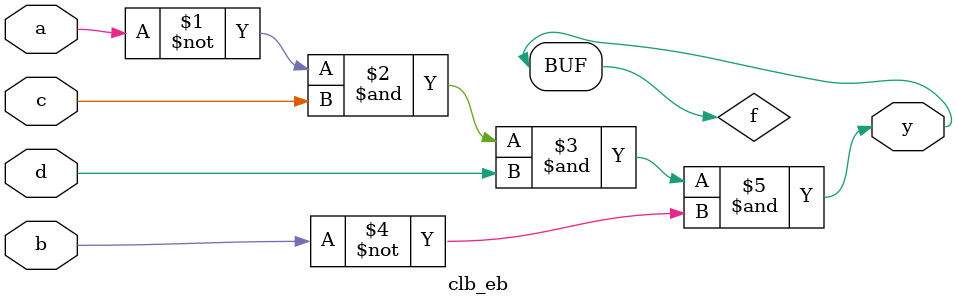
<source format=v>
module clb_eb(
	input a,
	input b,
	input c,
	input d,
	output y
);

	wire f;
	
	assign f = ~a & c & d & ~b;
	assign y = f;

endmodule

</source>
